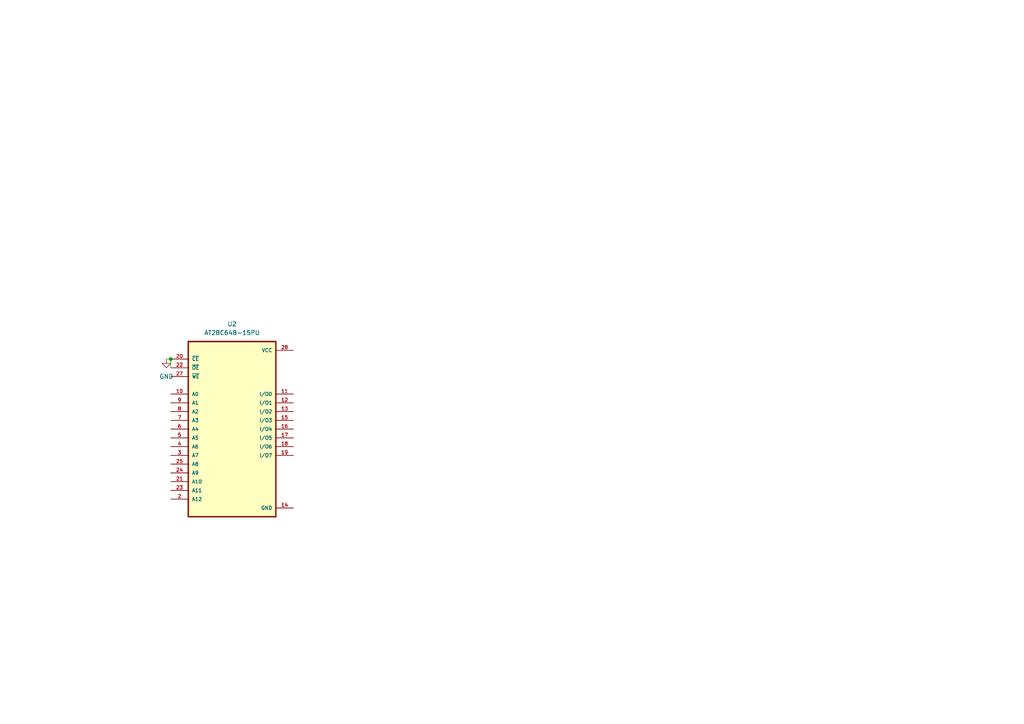
<source format=kicad_sch>
(kicad_sch (version 20211123) (generator eeschema)
  (paper "A4")
  (lib_symbols
    (symbol "AT28C64B-15PU:AT28C64B-15PU" (pin_names (offset 1.016))
      (property "Reference" "U" (at -12.7 26.3906 0))
      (property "Value" "AT28C64B-15PU" (at -12.7 -29.3878 0))
      (symbol "AT28C64B-15PU_0_0"
        (rectangle (start -12.7 -25.4) (end 12.7 25.4) (stroke (width 0.4064)) (fill (type background)))
        (pin input line (at -17.78 10.16 0) (length 5.08) (name "A0") (number "10"))
        (pin bidirectional line (at 17.78 10.16 180) (length 5.08) (name "I/O0") (number "11"))
        (pin bidirectional line (at 17.78 7.62 180) (length 5.08) (name "I/O1") (number "12"))
        (pin bidirectional line (at 17.78 5.08 180) (length 5.08) (name "I/O2") (number "13"))
        (pin power_in line (at 17.78 -22.86 180) (length 5.08) (name "GND") (number "14"))
        (pin bidirectional line (at 17.78 2.54 180) (length 5.08) (name "I/O3") (number "15"))
        (pin bidirectional line (at 17.78 0 180) (length 5.08) (name "I/O4") (number "16"))
        (pin bidirectional line (at 17.78 -2.54 180) (length 5.08) (name "I/O5") (number "17"))
        (pin bidirectional line (at 17.78 -5.08 180) (length 5.08) (name "I/O6") (number "18"))
        (pin bidirectional line (at 17.78 -7.62 180) (length 5.08) (name "I/O7") (number "19"))
        (pin input line (at -17.78 -20.32 0) (length 5.08) (name "A12") (number "2"))
        (pin input line (at -17.78 20.32 0) (length 5.08) (name "~{CE}") (number "20"))
        (pin input line (at -17.78 -15.24 0) (length 5.08) (name "A10") (number "21"))
        (pin input line (at -17.78 17.78 0) (length 5.08) (name "~{OE}") (number "22"))
        (pin input line (at -17.78 -17.78 0) (length 5.08) (name "A11") (number "23"))
        (pin input line (at -17.78 -12.7 0) (length 5.08) (name "A9") (number "24"))
        (pin input line (at -17.78 -10.16 0) (length 5.08) (name "A8") (number "25"))
        (pin input line (at -17.78 15.24 0) (length 5.08) (name "~{WE}") (number "27"))
        (pin power_in line (at 17.78 22.86 180) (length 5.08) (name "VCC") (number "28"))
        (pin input line (at -17.78 -7.62 0) (length 5.08) (name "A7") (number "3"))
        (pin input line (at -17.78 -5.08 0) (length 5.08) (name "A6") (number "4"))
        (pin input line (at -17.78 -2.54 0) (length 5.08) (name "A5") (number "5"))
        (pin input line (at -17.78 0 0) (length 5.08) (name "A4") (number "6"))
        (pin input line (at -17.78 2.54 0) (length 5.08) (name "A3") (number "7"))
        (pin input line (at -17.78 5.08 0) (length 5.08) (name "A2") (number "8"))
        (pin input line (at -17.78 7.62 0) (length 5.08) (name "A1") (number "9"))
      )
    )
    (symbol "power:GND" (power) (pin_names (offset 0))
      (property "Value" "GND" (at 0 -3.81 0))
      (symbol "GND_0_1"
        (polyline (pts (xy 0 0) (xy 0 -1.27) (xy 1.27 -1.27) (xy 0 -2.54) (xy -1.27 -1.27) (xy 0 -1.27)))
      )
      (symbol "GND_1_1"
        (pin power_in line (at 0 0 270) (length 0) hide (name "GND") (number "1"))
      )
    )
  )
  (junction (at 49.53 104.14))
  (wire (pts (xy 49.53 104.14) (xy 49.53 106.68)))
  (wire (pts (xy 48.26 104.14) (xy 49.53 104.14)))
  (symbol (lib_id "AT28C64B-15PU:AT28C64B-15PU") (at 67.31 124.46 0) (unit 1)
    (property "Reference" "U2" (at 67.31 93.98 0))
    (property "Value" "AT28C64B-15PU" (at 67.31 96.52 0))
    (property "Footprint" "kicad-fp-sockets-master:zif-28-pin-wide" (effects hide))
    (property "MANUFACTURER" "Microchip Technology" (effects hide))
    (property "PARTREV" "B" (effects hide))
    (property "STANDARD" "IPC 7351B" (effects hide))
    (property "MAXIMUM_PACKAGE_HEIGHT" "4.826 mm" (effects hide))
  )
  (symbol (lib_id "power:GND") (at 48.26 104.14 0) (unit 1)
    (property "Reference" "#PWR?" (effects hide))
    (property "Value" "GND" (at 48.26 109.22 0))
  )
)
</source>
